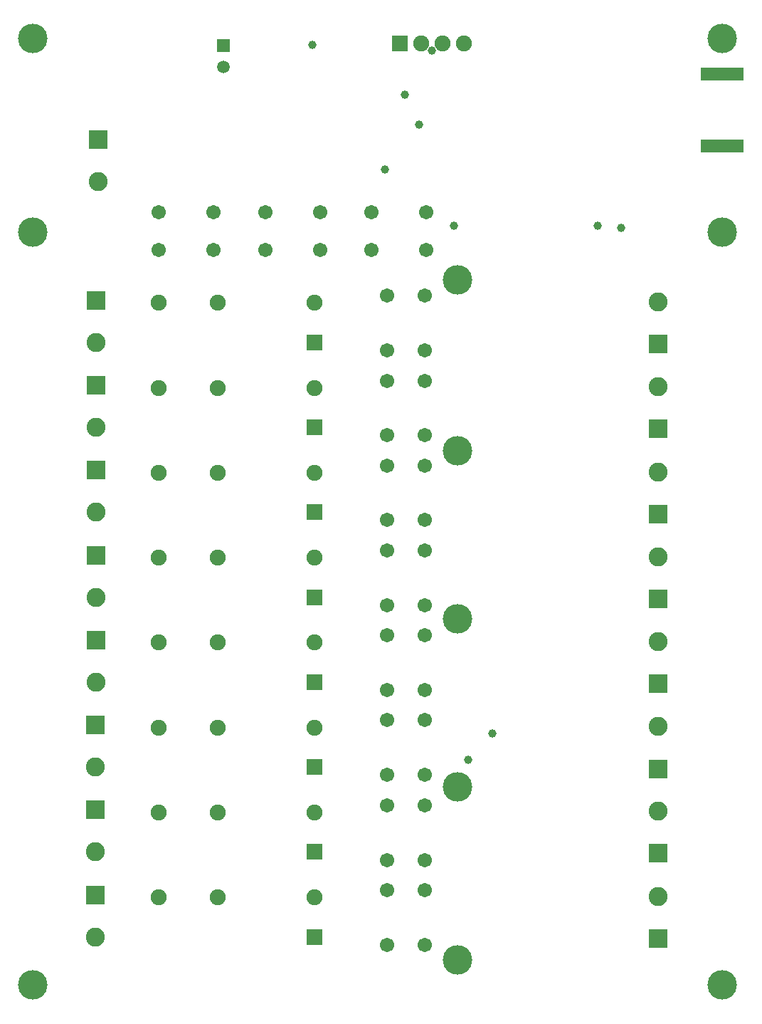
<source format=gbs>
G04*
G04 #@! TF.GenerationSoftware,Altium Limited,Altium Designer,19.0.15 (446)*
G04*
G04 Layer_Color=16711935*
%FSLAX25Y25*%
%MOIN*%
G70*
G01*
G75*
%ADD55R,0.20485X0.06312*%
%ADD61R,0.07493X0.07493*%
%ADD62C,0.07493*%
%ADD63C,0.13792*%
%ADD64R,0.08871X0.08871*%
%ADD65C,0.08871*%
%ADD66C,0.06706*%
%ADD67R,0.05918X0.05918*%
%ADD68C,0.05918*%
%ADD69C,0.03950*%
D55*
X419291Y473494D02*
D03*
Y440029D02*
D03*
D61*
X268465Y487795D02*
D03*
X228346Y188976D02*
D03*
X228254Y69685D02*
D03*
Y109449D02*
D03*
Y149213D02*
D03*
X228346Y268504D02*
D03*
Y308120D02*
D03*
X228346Y348031D02*
D03*
X228346Y228740D02*
D03*
D62*
X278465Y487795D02*
D03*
X288465D02*
D03*
X298465D02*
D03*
X155512Y207480D02*
D03*
X183071D02*
D03*
X228346D02*
D03*
X155420Y88189D02*
D03*
X182979D02*
D03*
X228254D02*
D03*
X155420Y127953D02*
D03*
X182979D02*
D03*
X228254D02*
D03*
X155420Y167717D02*
D03*
X182979D02*
D03*
X228254D02*
D03*
X155512Y287008D02*
D03*
X183071D02*
D03*
X228346D02*
D03*
X155512Y326624D02*
D03*
X183071D02*
D03*
X228346D02*
D03*
X155512Y366535D02*
D03*
X183071D02*
D03*
X228346D02*
D03*
X155512Y247244D02*
D03*
X183071D02*
D03*
X228346D02*
D03*
D63*
X295276Y377116D02*
D03*
Y59055D02*
D03*
Y139764D02*
D03*
Y218504D02*
D03*
Y297244D02*
D03*
X419291Y47244D02*
D03*
X96457D02*
D03*
Y399606D02*
D03*
X419291D02*
D03*
X96457Y490158D02*
D03*
X419291D02*
D03*
D64*
X389370Y148425D02*
D03*
Y347244D02*
D03*
Y307480D02*
D03*
Y267520D02*
D03*
Y227953D02*
D03*
Y188189D02*
D03*
Y68898D02*
D03*
Y109055D02*
D03*
X125984Y208661D02*
D03*
X125892Y89370D02*
D03*
Y129134D02*
D03*
Y168898D02*
D03*
X125984Y288189D02*
D03*
Y327805D02*
D03*
X125984Y367717D02*
D03*
X127165Y442913D02*
D03*
X125984Y248425D02*
D03*
D65*
X389370Y168110D02*
D03*
Y366929D02*
D03*
Y327165D02*
D03*
Y287205D02*
D03*
Y247638D02*
D03*
Y207874D02*
D03*
Y88583D02*
D03*
Y128740D02*
D03*
X125984Y188976D02*
D03*
X125892Y69685D02*
D03*
Y109449D02*
D03*
Y149213D02*
D03*
X125984Y268504D02*
D03*
Y308120D02*
D03*
X125984Y348031D02*
D03*
X127165Y423228D02*
D03*
X125984Y228740D02*
D03*
D66*
X280026Y91585D02*
D03*
X262309D02*
D03*
X280026Y65994D02*
D03*
X262309D02*
D03*
X280026Y131348D02*
D03*
X262309D02*
D03*
X280026Y105758D02*
D03*
X262309D02*
D03*
X280026Y171112D02*
D03*
X262309D02*
D03*
X280026Y145522D02*
D03*
X262309D02*
D03*
X280118Y210876D02*
D03*
X262402D02*
D03*
X280118Y185285D02*
D03*
X262402D02*
D03*
X280118Y250640D02*
D03*
X262402D02*
D03*
X280118Y225049D02*
D03*
X262402D02*
D03*
X280118Y290404D02*
D03*
X262402D02*
D03*
X280118Y264813D02*
D03*
X262402D02*
D03*
X280118Y330020D02*
D03*
X262402D02*
D03*
X280118Y304429D02*
D03*
X262402D02*
D03*
X280118Y369931D02*
D03*
X262402D02*
D03*
X280118Y344340D02*
D03*
X262402D02*
D03*
X280729Y391142D02*
D03*
Y408858D02*
D03*
X255138Y391142D02*
D03*
Y408858D02*
D03*
X230963Y391142D02*
D03*
Y408858D02*
D03*
X205373Y391142D02*
D03*
Y408858D02*
D03*
X181102Y391142D02*
D03*
Y408858D02*
D03*
X155512Y391142D02*
D03*
Y408858D02*
D03*
D67*
X185827Y486811D02*
D03*
D68*
Y476968D02*
D03*
D69*
X372046Y401574D02*
D03*
X361027Y402756D02*
D03*
X277559Y450073D02*
D03*
X261526Y428955D02*
D03*
X300451Y152559D02*
D03*
X311811Y164961D02*
D03*
X293701Y402756D02*
D03*
X270866Y464026D02*
D03*
X283464Y484645D02*
D03*
X227432Y487134D02*
D03*
M02*

</source>
